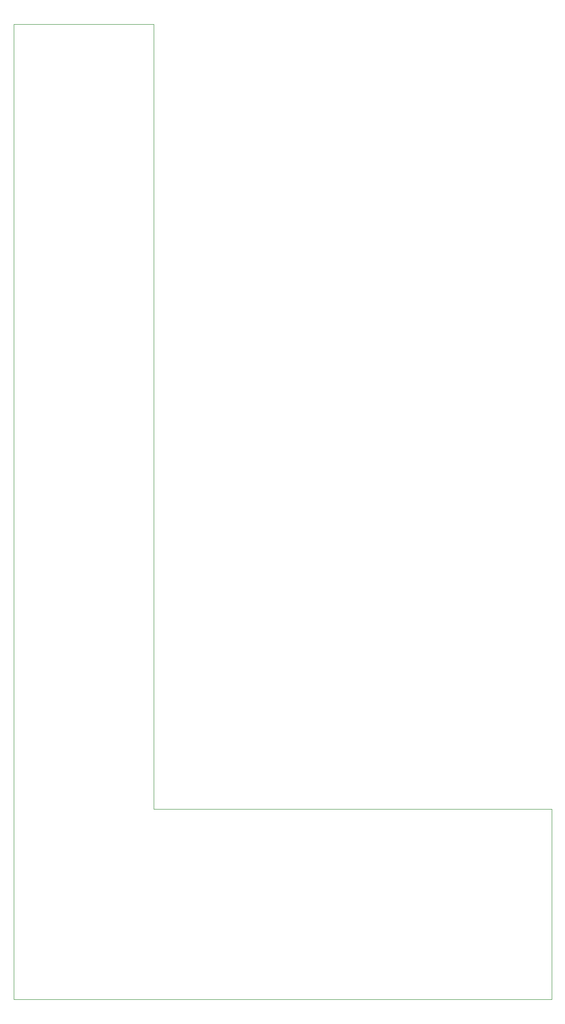
<source format=gbr>
%TF.GenerationSoftware,KiCad,Pcbnew,5.1.6-c6e7f7d~87~ubuntu20.04.1*%
%TF.CreationDate,2020-10-18T20:27:54-04:00*%
%TF.ProjectId,stereoout,73746572-656f-46f7-9574-2e6b69636164,rev?*%
%TF.SameCoordinates,Original*%
%TF.FileFunction,Profile,NP*%
%FSLAX46Y46*%
G04 Gerber Fmt 4.6, Leading zero omitted, Abs format (unit mm)*
G04 Created by KiCad (PCBNEW 5.1.6-c6e7f7d~87~ubuntu20.04.1) date 2020-10-18 20:27:54*
%MOMM*%
%LPD*%
G01*
G04 APERTURE LIST*
%TA.AperFunction,Profile*%
%ADD10C,0.050000*%
%TD*%
G04 APERTURE END LIST*
D10*
X177000000Y-14000000D02*
X177000000Y-154000000D01*
X248000000Y-188000000D02*
X152000000Y-188000000D01*
X152000000Y-14000000D02*
X177000000Y-14000000D01*
X177000000Y-154000000D02*
X248000000Y-154000000D01*
X248000000Y-154000000D02*
X248000000Y-188000000D01*
X152000000Y-188000000D02*
X152000000Y-14000000D01*
M02*

</source>
